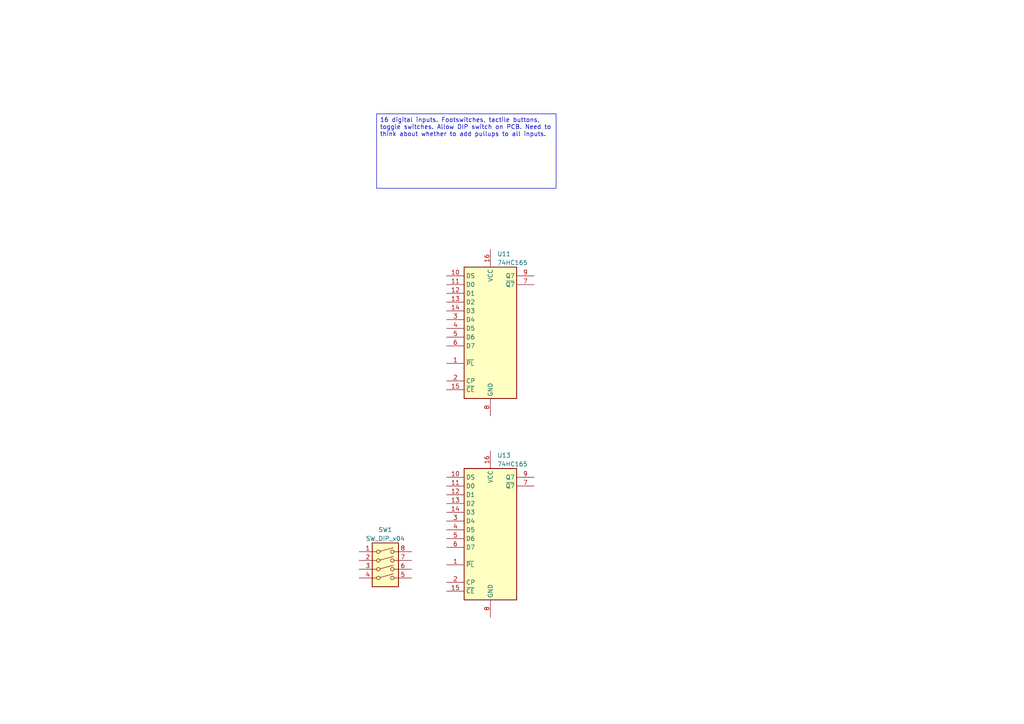
<source format=kicad_sch>
(kicad_sch (version 20230121) (generator eeschema)
  (paper "A4")
  (lib_symbols
    (symbol "74xx:74HC165"
      (property "Reference" "U" (at -7.62 19.05 0))
      (property "Value" "74HC165" (at -7.62 -21.59 0))
      (symbol "74HC165_1_0"
        (pin input line (at -12.7 -10.16 0) (length 5.08) (name "~{PL}") (number "1"))
        (pin input line (at -12.7 15.24 0) (length 5.08) (name "DS") (number "10"))
        (pin input line (at -12.7 12.7 0) (length 5.08) (name "D0") (number "11"))
        (pin input line (at -12.7 10.16 0) (length 5.08) (name "D1") (number "12"))
        (pin input line (at -12.7 7.62 0) (length 5.08) (name "D2") (number "13"))
        (pin input line (at -12.7 5.08 0) (length 5.08) (name "D3") (number "14"))
        (pin input line (at -12.7 -17.78 0) (length 5.08) (name "~{CE}") (number "15"))
        (pin power_in line (at 0 22.86 270) (length 5.08) (name "VCC") (number "16"))
        (pin input line (at -12.7 -15.24 0) (length 5.08) (name "CP") (number "2"))
        (pin input line (at -12.7 2.54 0) (length 5.08) (name "D4") (number "3"))
        (pin input line (at -12.7 0 0) (length 5.08) (name "D5") (number "4"))
        (pin input line (at -12.7 -2.54 0) (length 5.08) (name "D6") (number "5"))
        (pin input line (at -12.7 -5.08 0) (length 5.08) (name "D7") (number "6"))
        (pin output line (at 12.7 12.7 180) (length 5.08) (name "~{Q7}") (number "7"))
        (pin power_in line (at 0 -25.4 90) (length 5.08) (name "GND") (number "8"))
        (pin output line (at 12.7 15.24 180) (length 5.08) (name "Q7") (number "9"))
      )
      (symbol "74HC165_1_1"
        (rectangle (start -7.62 17.78) (end 7.62 -20.32) (stroke (width 0.254)) (fill (type background)))
      )
    )
    (symbol "Switch:SW_DIP_x04" (pin_names (offset 0) hide)
      (property "Reference" "SW" (at 0 8.89 0))
      (property "Value" "SW_DIP_x04" (at 0 -6.35 0))
      (symbol "SW_DIP_x04_0_0"
        (circle (center -2.032 -2.54) (radius 0.508))
        (circle (center -2.032 0) (radius 0.508))
        (circle (center -2.032 2.54) (radius 0.508))
        (circle (center -2.032 5.08) (radius 0.508))
        (polyline (pts (xy -1.524 -2.3876) (xy 2.3622 -1.3462)))
        (polyline (pts (xy -1.524 0.127) (xy 2.3622 1.1684)))
        (polyline (pts (xy -1.524 2.667) (xy 2.3622 3.7084)))
        (polyline (pts (xy -1.524 5.207) (xy 2.3622 6.2484)))
        (circle (center 2.032 -2.54) (radius 0.508))
        (circle (center 2.032 0) (radius 0.508))
        (circle (center 2.032 2.54) (radius 0.508))
        (circle (center 2.032 5.08) (radius 0.508))
      )
      (symbol "SW_DIP_x04_0_1"
        (rectangle (start -3.81 7.62) (end 3.81 -5.08) (stroke (width 0.254)) (fill (type background)))
      )
      (symbol "SW_DIP_x04_1_1"
        (pin passive line (at -7.62 5.08 0) (length 5.08) (name "~") (number "1"))
        (pin passive line (at -7.62 2.54 0) (length 5.08) (name "~") (number "2"))
        (pin passive line (at -7.62 0 0) (length 5.08) (name "~") (number "3"))
        (pin passive line (at -7.62 -2.54 0) (length 5.08) (name "~") (number "4"))
        (pin passive line (at 7.62 -2.54 180) (length 5.08) (name "~") (number "5"))
        (pin passive line (at 7.62 0 180) (length 5.08) (name "~") (number "6"))
        (pin passive line (at 7.62 2.54 180) (length 5.08) (name "~") (number "7"))
        (pin passive line (at 7.62 5.08 180) (length 5.08) (name "~") (number "8"))
      )
    )
  )
  (text_box "16 digital inputs. Footswitches, tactile buttons, toggle switches. Allow DIP switch on PCB. Need to think about whether to add pullups to all inputs." (at 109.22 33.02 0) (size 52.07 21.59) (effects (font (size 1.27 1.27)) (justify left top)))
  (symbol (lib_id "Switch:SW_DIP_x04") (at 111.76 165.1 0) (unit 1)
    (property "Reference" "SW1" (at 111.76 153.67 0))
    (property "Value" "SW_DIP_x04" (at 111.76 156.21 0))
    (property "Footprint" "Button_Switch_THT:SW_DIP_SPSTx04_Slide_9.78x12.34mm_W7.62mm_P2.54mm" (effects hide))
  )
  (symbol (lib_id "74xx:74HC165") (at 142.24 153.67 0) (unit 1)
    (property "Reference" "U13" (at 144.1959 132.08 0) (effects (justify left)))
    (property "Value" "74HC165" (at 144.1959 134.62 0) (effects (justify left)))
    (property "Footprint" "Package_SO:SOIC-16_3.9x9.9mm_P1.27mm" (effects hide))
    (property "Datasheet" "https://assets.nexperia.com/documents/data-sheet/74HC_HCT165.pdf" (effects hide))
    (instances (project "stomp_00" (path "" (reference "U13") (unit 1)) (path "" (reference "U12") (unit 1))))
  )
  (symbol (lib_id "74xx:74HC165") (at 142.24 95.25 0) (unit 1)
    (property "Reference" "U11" (at 144.1959 73.66 0) (effects (justify left)))
    (property "Value" "74HC165" (at 144.1959 76.2 0) (effects (justify left)))
    (property "Footprint" "Package_SO:SOIC-16_3.9x9.9mm_P1.27mm" (effects hide))
    (property "Datasheet" "https://assets.nexperia.com/documents/data-sheet/74HC_HCT165.pdf" (effects hide))
    (instances (project "stomp_00" (path "" (reference "U11") (unit 1)) (path "" (reference "U12") (unit 1))))
  )
)
</source>
